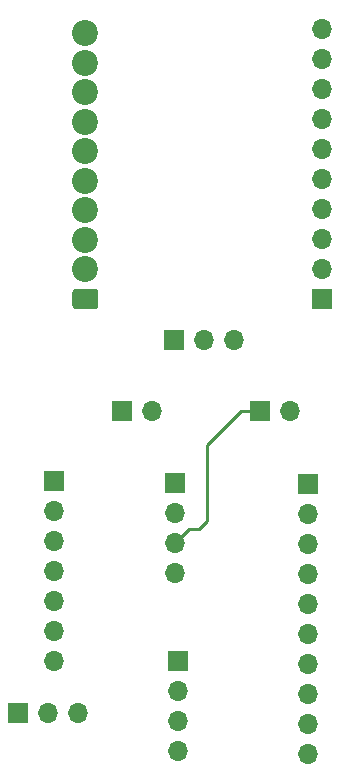
<source format=gbr>
%TF.GenerationSoftware,KiCad,Pcbnew,5.1.6-c6e7f7d~87~ubuntu16.04.1*%
%TF.CreationDate,2020-08-06T14:46:29+05:00*%
%TF.ProjectId,adapter,61646170-7465-4722-9e6b-696361645f70,rev?*%
%TF.SameCoordinates,Original*%
%TF.FileFunction,Copper,L2,Bot*%
%TF.FilePolarity,Positive*%
%FSLAX46Y46*%
G04 Gerber Fmt 4.6, Leading zero omitted, Abs format (unit mm)*
G04 Created by KiCad (PCBNEW 5.1.6-c6e7f7d~87~ubuntu16.04.1) date 2020-08-06 14:46:29*
%MOMM*%
%LPD*%
G01*
G04 APERTURE LIST*
%TA.AperFunction,ComponentPad*%
%ADD10C,2.200000*%
%TD*%
%TA.AperFunction,ComponentPad*%
%ADD11R,1.700000X1.700000*%
%TD*%
%TA.AperFunction,ComponentPad*%
%ADD12O,1.700000X1.700000*%
%TD*%
%TA.AperFunction,Conductor*%
%ADD13C,0.250000*%
%TD*%
G04 APERTURE END LIST*
%TO.P,J1,1*%
%TO.N,12V*%
%TA.AperFunction,ComponentPad*%
G36*
G01*
X31100000Y-49400000D02*
X31100000Y-50600000D01*
G75*
G02*
X30850000Y-50850000I-250000J0D01*
G01*
X29150000Y-50850000D01*
G75*
G02*
X28900000Y-50600000I0J250000D01*
G01*
X28900000Y-49400000D01*
G75*
G02*
X29150000Y-49150000I250000J0D01*
G01*
X30850000Y-49150000D01*
G75*
G02*
X31100000Y-49400000I0J-250000D01*
G01*
G37*
%TD.AperFunction*%
D10*
%TO.P,J1,2*%
%TO.N,MS_H*%
X30000000Y-47500000D03*
%TO.P,J1,3*%
%TO.N,MS_L*%
X30000000Y-45000000D03*
%TO.P,J1,4*%
%TO.N,N/C*%
X30000000Y-42500000D03*
%TO.P,J1,5*%
X30000000Y-40000000D03*
%TO.P,J1,6*%
X30000000Y-37500000D03*
%TO.P,J1,7*%
%TO.N,SWC*%
X30000000Y-35000000D03*
%TO.P,J1,8*%
%TO.N,SWC_GND*%
X30000000Y-32500000D03*
%TO.P,J1,9*%
%TO.N,N/C*%
X30000000Y-30000000D03*
%TO.P,J1,10*%
%TO.N,GND*%
X30000000Y-27500000D03*
%TD*%
D11*
%TO.P,J2,1*%
%TO.N,12V*%
X50000000Y-50000000D03*
D12*
%TO.P,J2,2*%
%TO.N,MS_H*%
X50000000Y-47460000D03*
%TO.P,J2,3*%
%TO.N,MS_L*%
X50000000Y-44920000D03*
%TO.P,J2,4*%
%TO.N,N/C*%
X50000000Y-42380000D03*
%TO.P,J2,5*%
X50000000Y-39840000D03*
%TO.P,J2,6*%
X50000000Y-37300000D03*
%TO.P,J2,7*%
%TO.N,SWC*%
X50000000Y-34760000D03*
%TO.P,J2,8*%
%TO.N,SWC_GND*%
X50000000Y-32220000D03*
%TO.P,J2,9*%
%TO.N,N/C*%
X50000000Y-29680000D03*
%TO.P,J2,10*%
%TO.N,GND*%
X50000000Y-27140000D03*
%TD*%
D11*
%TO.P,J3,1*%
%TO.N,12V*%
X27300000Y-65425001D03*
D12*
%TO.P,J3,2*%
%TO.N,IGN*%
X27300000Y-67965001D03*
%TO.P,J3,3*%
%TO.N,ILLUM*%
X27300000Y-70505001D03*
%TO.P,J3,4*%
%TO.N,BACK*%
X27300000Y-73045001D03*
%TO.P,J3,5*%
%TO.N,AND_TX*%
X27300000Y-75585001D03*
%TO.P,J3,6*%
%TO.N,AND_RX*%
X27300000Y-78125001D03*
%TO.P,J3,7*%
%TO.N,GND*%
X27300000Y-80665001D03*
%TD*%
%TO.P,J6,3*%
%TO.N,GND*%
X29380000Y-85100000D03*
%TO.P,J6,2*%
X26840000Y-85100000D03*
D11*
%TO.P,J6,1*%
X24300000Y-85100000D03*
%TD*%
%TO.P,J7,1*%
%TO.N,12V*%
X37500000Y-53500000D03*
D12*
%TO.P,J7,2*%
X40040000Y-53500000D03*
%TO.P,J7,3*%
X42580000Y-53500000D03*
%TD*%
D11*
%TO.P,J8,1*%
%TO.N,IGN*%
X33100000Y-59500000D03*
D12*
%TO.P,J8,2*%
X35640000Y-59500000D03*
%TD*%
D11*
%TO.P,J9,1*%
%TO.N,HS_H*%
X37800000Y-80700000D03*
D12*
%TO.P,J9,2*%
%TO.N,HS_L*%
X37800000Y-83240000D03*
%TO.P,J9,3*%
%TO.N,KEY_H*%
X37800000Y-85780000D03*
%TO.P,J9,4*%
%TO.N,KEY_L*%
X37800000Y-88320000D03*
%TD*%
D11*
%TO.P,J4,1*%
%TO.N,LIN*%
X37600000Y-65600000D03*
D12*
%TO.P,J4,2*%
%TO.N,IGN*%
X37600000Y-68140000D03*
%TO.P,J4,3*%
%TO.N,ILLUM*%
X37600000Y-70680000D03*
%TO.P,J4,4*%
%TO.N,BACK*%
X37600000Y-73220000D03*
%TD*%
D11*
%TO.P,J5,1*%
%TO.N,LIN*%
X48800000Y-65700000D03*
D12*
%TO.P,J5,2*%
%TO.N,IGN'*%
X48800000Y-68240000D03*
%TO.P,J5,3*%
%TO.N,ILLUM'*%
X48800000Y-70780000D03*
%TO.P,J5,4*%
%TO.N,BACK'*%
X48800000Y-73320000D03*
%TO.P,J5,5*%
%TO.N,AND_TX*%
X48800000Y-75860000D03*
%TO.P,J5,6*%
%TO.N,AND_RX*%
X48800000Y-78400000D03*
%TO.P,J5,7*%
%TO.N,HS_H*%
X48800000Y-80940000D03*
%TO.P,J5,8*%
%TO.N,HS_L*%
X48800000Y-83480000D03*
%TO.P,J5,9*%
%TO.N,KEY_H*%
X48800000Y-86020000D03*
%TO.P,J5,10*%
%TO.N,KEY_L*%
X48800000Y-88560000D03*
%TD*%
D11*
%TO.P,J10,1*%
%TO.N,ILLUM*%
X44800000Y-59500000D03*
D12*
%TO.P,J10,2*%
X47340000Y-59500000D03*
%TD*%
D13*
%TO.N,ILLUM*%
X43200000Y-59500000D02*
X44800000Y-59500000D01*
X40300000Y-62400000D02*
X43200000Y-59500000D01*
X37600000Y-70680000D02*
X38780000Y-69500000D01*
X38780000Y-69500000D02*
X39600000Y-69500000D01*
X39600000Y-69500000D02*
X40300000Y-68800000D01*
X40300000Y-68800000D02*
X40300000Y-62400000D01*
%TD*%
M02*

</source>
